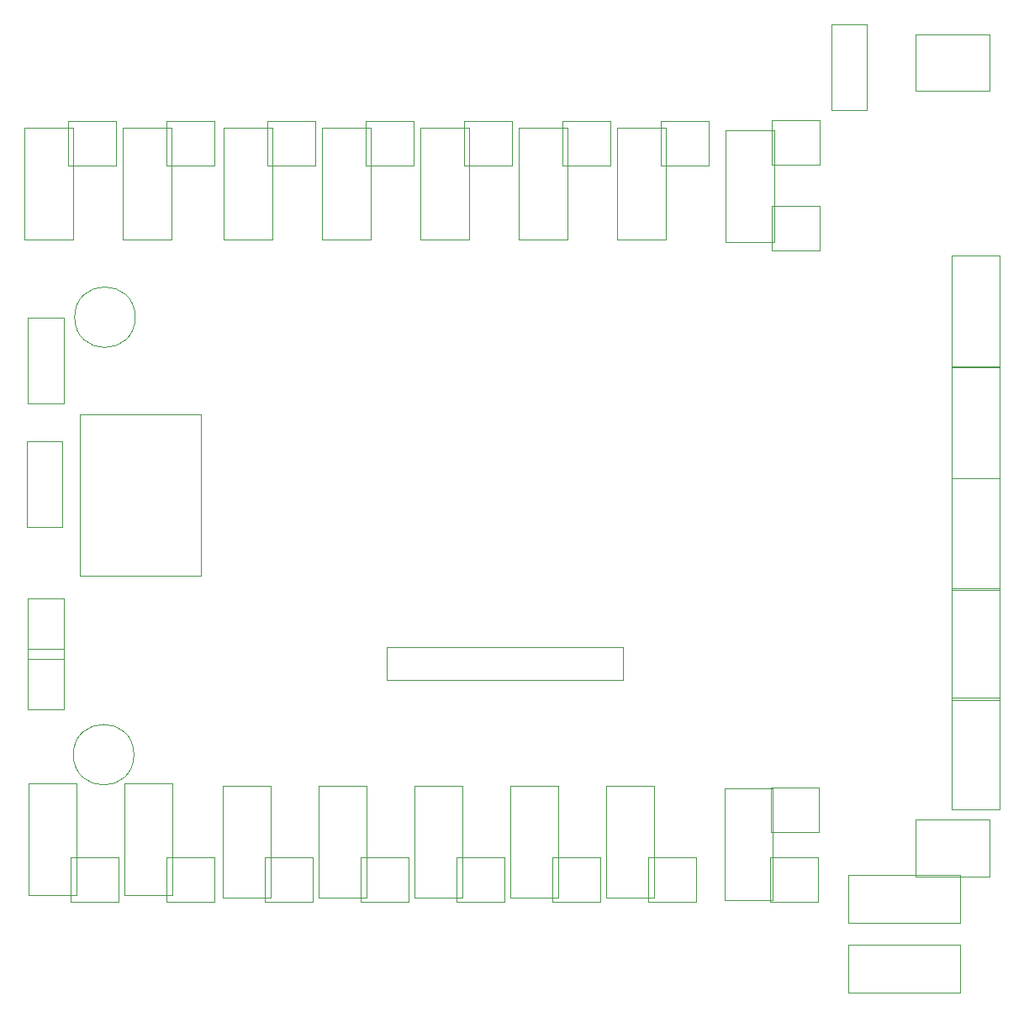
<source format=gbr>
G04 #@! TF.FileFunction,Other,User*
%FSLAX46Y46*%
G04 Gerber Fmt 4.6, Leading zero omitted, Abs format (unit mm)*
G04 Created by KiCad (PCBNEW 4.0.6-e0-6349~53~ubuntu16.04.1) date Thu Jun 29 18:49:34 2017*
%MOMM*%
%LPD*%
G01*
G04 APERTURE LIST*
%ADD10C,0.100000*%
%ADD11C,0.050000*%
G04 APERTURE END LIST*
D10*
D11*
X133738000Y-109946000D02*
X133738000Y-105446000D01*
X133738000Y-105446000D02*
X128888000Y-105446000D01*
X128888000Y-105446000D02*
X128888000Y-109946000D01*
X128888000Y-109946000D02*
X133738000Y-109946000D01*
X143390000Y-109946000D02*
X143390000Y-105446000D01*
X143390000Y-105446000D02*
X138540000Y-105446000D01*
X138540000Y-105446000D02*
X138540000Y-109946000D01*
X138540000Y-109946000D02*
X143390000Y-109946000D01*
X153296000Y-109946000D02*
X153296000Y-105446000D01*
X153296000Y-105446000D02*
X148446000Y-105446000D01*
X148446000Y-105446000D02*
X148446000Y-109946000D01*
X148446000Y-109946000D02*
X153296000Y-109946000D01*
X162948000Y-109946000D02*
X162948000Y-105446000D01*
X162948000Y-105446000D02*
X158098000Y-105446000D01*
X158098000Y-105446000D02*
X158098000Y-109946000D01*
X158098000Y-109946000D02*
X162948000Y-109946000D01*
X172600000Y-109946000D02*
X172600000Y-105446000D01*
X172600000Y-105446000D02*
X167750000Y-105446000D01*
X167750000Y-105446000D02*
X167750000Y-109946000D01*
X167750000Y-109946000D02*
X172600000Y-109946000D01*
X182252000Y-109946000D02*
X182252000Y-105446000D01*
X182252000Y-105446000D02*
X177402000Y-105446000D01*
X177402000Y-105446000D02*
X177402000Y-109946000D01*
X177402000Y-109946000D02*
X182252000Y-109946000D01*
X191904000Y-109946000D02*
X191904000Y-105446000D01*
X191904000Y-105446000D02*
X187054000Y-105446000D01*
X187054000Y-105446000D02*
X187054000Y-109946000D01*
X187054000Y-109946000D02*
X191904000Y-109946000D01*
X133484000Y-35778000D02*
X133484000Y-31278000D01*
X133484000Y-31278000D02*
X128634000Y-31278000D01*
X128634000Y-31278000D02*
X128634000Y-35778000D01*
X128634000Y-35778000D02*
X133484000Y-35778000D01*
X143390000Y-35778000D02*
X143390000Y-31278000D01*
X143390000Y-31278000D02*
X138540000Y-31278000D01*
X138540000Y-31278000D02*
X138540000Y-35778000D01*
X138540000Y-35778000D02*
X143390000Y-35778000D01*
X153550000Y-35778000D02*
X153550000Y-31278000D01*
X153550000Y-31278000D02*
X148700000Y-31278000D01*
X148700000Y-31278000D02*
X148700000Y-35778000D01*
X148700000Y-35778000D02*
X153550000Y-35778000D01*
X163456000Y-35778000D02*
X163456000Y-31278000D01*
X163456000Y-31278000D02*
X158606000Y-31278000D01*
X158606000Y-31278000D02*
X158606000Y-35778000D01*
X158606000Y-35778000D02*
X163456000Y-35778000D01*
X173362000Y-35778000D02*
X173362000Y-31278000D01*
X173362000Y-31278000D02*
X168512000Y-31278000D01*
X168512000Y-31278000D02*
X168512000Y-35778000D01*
X168512000Y-35778000D02*
X173362000Y-35778000D01*
X183268000Y-35778000D02*
X183268000Y-31278000D01*
X183268000Y-31278000D02*
X178418000Y-31278000D01*
X178418000Y-31278000D02*
X178418000Y-35778000D01*
X178418000Y-35778000D02*
X183268000Y-35778000D01*
X193174000Y-35778000D02*
X193174000Y-31278000D01*
X193174000Y-31278000D02*
X188324000Y-31278000D01*
X188324000Y-31278000D02*
X188324000Y-35778000D01*
X188324000Y-35778000D02*
X193174000Y-35778000D01*
X204159500Y-109946000D02*
X204159500Y-105446000D01*
X204159500Y-105446000D02*
X199309500Y-105446000D01*
X199309500Y-105446000D02*
X199309500Y-109946000D01*
X199309500Y-109946000D02*
X204159500Y-109946000D01*
X204223000Y-102961000D02*
X204223000Y-98461000D01*
X204223000Y-98461000D02*
X199373000Y-98461000D01*
X199373000Y-98461000D02*
X199373000Y-102961000D01*
X199373000Y-102961000D02*
X204223000Y-102961000D01*
X204350000Y-35714500D02*
X204350000Y-31214500D01*
X204350000Y-31214500D02*
X199500000Y-31214500D01*
X199500000Y-31214500D02*
X199500000Y-35714500D01*
X199500000Y-35714500D02*
X204350000Y-35714500D01*
X204350000Y-44350500D02*
X204350000Y-39850500D01*
X204350000Y-39850500D02*
X199500000Y-39850500D01*
X199500000Y-39850500D02*
X199500000Y-44350500D01*
X199500000Y-44350500D02*
X204350000Y-44350500D01*
X213928000Y-107371000D02*
X221428000Y-107371000D01*
X213928000Y-101671000D02*
X213928000Y-107371000D01*
X221428000Y-101671000D02*
X213928000Y-101671000D01*
X221428000Y-107371000D02*
X221428000Y-101671000D01*
X213928000Y-28250000D02*
X221428000Y-28250000D01*
X213928000Y-22550000D02*
X213928000Y-28250000D01*
X221428000Y-22550000D02*
X213928000Y-22550000D01*
X221428000Y-28250000D02*
X221428000Y-22550000D01*
X124565000Y-79353000D02*
X124565000Y-85503000D01*
X124565000Y-85503000D02*
X128165000Y-85503000D01*
X128165000Y-85503000D02*
X128165000Y-79353000D01*
X128165000Y-79353000D02*
X124565000Y-79353000D01*
X124565000Y-84433000D02*
X124565000Y-90583000D01*
X124565000Y-90583000D02*
X128165000Y-90583000D01*
X128165000Y-90583000D02*
X128165000Y-84433000D01*
X128165000Y-84433000D02*
X124565000Y-84433000D01*
X124646000Y-109280000D02*
X129496000Y-109280000D01*
X129496000Y-109280000D02*
X129496000Y-98030000D01*
X129496000Y-98030000D02*
X124646000Y-98030000D01*
X124646000Y-98030000D02*
X124646000Y-109280000D01*
X134298000Y-109280000D02*
X139148000Y-109280000D01*
X139148000Y-109280000D02*
X139148000Y-98030000D01*
X139148000Y-98030000D02*
X134298000Y-98030000D01*
X134298000Y-98030000D02*
X134298000Y-109280000D01*
X144204000Y-109534000D02*
X149054000Y-109534000D01*
X149054000Y-109534000D02*
X149054000Y-98284000D01*
X149054000Y-98284000D02*
X144204000Y-98284000D01*
X144204000Y-98284000D02*
X144204000Y-109534000D01*
X153856000Y-109534000D02*
X158706000Y-109534000D01*
X158706000Y-109534000D02*
X158706000Y-98284000D01*
X158706000Y-98284000D02*
X153856000Y-98284000D01*
X153856000Y-98284000D02*
X153856000Y-109534000D01*
X163508000Y-109534000D02*
X168358000Y-109534000D01*
X168358000Y-109534000D02*
X168358000Y-98284000D01*
X168358000Y-98284000D02*
X163508000Y-98284000D01*
X163508000Y-98284000D02*
X163508000Y-109534000D01*
X173160000Y-109534000D02*
X178010000Y-109534000D01*
X178010000Y-109534000D02*
X178010000Y-98284000D01*
X178010000Y-98284000D02*
X173160000Y-98284000D01*
X173160000Y-98284000D02*
X173160000Y-109534000D01*
X182812000Y-109534000D02*
X187662000Y-109534000D01*
X187662000Y-109534000D02*
X187662000Y-98284000D01*
X187662000Y-98284000D02*
X182812000Y-98284000D01*
X182812000Y-98284000D02*
X182812000Y-109534000D01*
X129100000Y-31944000D02*
X124250000Y-31944000D01*
X124250000Y-31944000D02*
X124250000Y-43194000D01*
X124250000Y-43194000D02*
X129100000Y-43194000D01*
X129100000Y-43194000D02*
X129100000Y-31944000D01*
X139006000Y-31944000D02*
X134156000Y-31944000D01*
X134156000Y-31944000D02*
X134156000Y-43194000D01*
X134156000Y-43194000D02*
X139006000Y-43194000D01*
X139006000Y-43194000D02*
X139006000Y-31944000D01*
X149166000Y-31944000D02*
X144316000Y-31944000D01*
X144316000Y-31944000D02*
X144316000Y-43194000D01*
X144316000Y-43194000D02*
X149166000Y-43194000D01*
X149166000Y-43194000D02*
X149166000Y-31944000D01*
X159072000Y-31944000D02*
X154222000Y-31944000D01*
X154222000Y-31944000D02*
X154222000Y-43194000D01*
X154222000Y-43194000D02*
X159072000Y-43194000D01*
X159072000Y-43194000D02*
X159072000Y-31944000D01*
X168978000Y-31944000D02*
X164128000Y-31944000D01*
X164128000Y-31944000D02*
X164128000Y-43194000D01*
X164128000Y-43194000D02*
X168978000Y-43194000D01*
X168978000Y-43194000D02*
X168978000Y-31944000D01*
X178884000Y-31944000D02*
X174034000Y-31944000D01*
X174034000Y-31944000D02*
X174034000Y-43194000D01*
X174034000Y-43194000D02*
X178884000Y-43194000D01*
X178884000Y-43194000D02*
X178884000Y-31944000D01*
X188790000Y-31944000D02*
X183940000Y-31944000D01*
X183940000Y-31944000D02*
X183940000Y-43194000D01*
X183940000Y-43194000D02*
X188790000Y-43194000D01*
X188790000Y-43194000D02*
X188790000Y-31944000D01*
X194750000Y-109788000D02*
X199600000Y-109788000D01*
X199600000Y-109788000D02*
X199600000Y-98538000D01*
X199600000Y-98538000D02*
X194750000Y-98538000D01*
X194750000Y-98538000D02*
X194750000Y-109788000D01*
X199712000Y-32198000D02*
X194862000Y-32198000D01*
X194862000Y-32198000D02*
X194862000Y-43448000D01*
X194862000Y-43448000D02*
X199712000Y-43448000D01*
X199712000Y-43448000D02*
X199712000Y-32198000D01*
X128165000Y-59712000D02*
X128165000Y-51062000D01*
X128165000Y-51062000D02*
X124565000Y-51062000D01*
X124565000Y-51062000D02*
X124565000Y-59712000D01*
X124565000Y-59712000D02*
X128165000Y-59712000D01*
X128038000Y-72158000D02*
X128038000Y-63508000D01*
X128038000Y-63508000D02*
X124438000Y-63508000D01*
X124438000Y-63508000D02*
X124438000Y-72158000D01*
X124438000Y-72158000D02*
X128038000Y-72158000D01*
X205464000Y-21568000D02*
X205464000Y-30218000D01*
X205464000Y-30218000D02*
X209064000Y-30218000D01*
X209064000Y-30218000D02*
X209064000Y-21568000D01*
X209064000Y-21568000D02*
X205464000Y-21568000D01*
X160733000Y-84329000D02*
X160733000Y-87629000D01*
X160733000Y-87629000D02*
X184483000Y-87629000D01*
X184483000Y-87629000D02*
X184483000Y-84329000D01*
X184483000Y-84329000D02*
X160733000Y-84329000D01*
X129772000Y-60811000D02*
X129772000Y-77111000D01*
X129772000Y-77111000D02*
X141972000Y-77111000D01*
X141972000Y-77111000D02*
X141972000Y-60811000D01*
X141972000Y-60811000D02*
X129772000Y-60811000D01*
X217610000Y-67243000D02*
X222460000Y-67243000D01*
X222460000Y-67243000D02*
X222460000Y-55993000D01*
X222460000Y-55993000D02*
X217610000Y-55993000D01*
X217610000Y-55993000D02*
X217610000Y-67243000D01*
X217610000Y-78546000D02*
X222460000Y-78546000D01*
X222460000Y-78546000D02*
X222460000Y-67296000D01*
X222460000Y-67296000D02*
X217610000Y-67296000D01*
X217610000Y-67296000D02*
X217610000Y-78546000D01*
X217610000Y-89595000D02*
X222460000Y-89595000D01*
X222460000Y-89595000D02*
X222460000Y-78345000D01*
X222460000Y-78345000D02*
X217610000Y-78345000D01*
X217610000Y-78345000D02*
X217610000Y-89595000D01*
X207204000Y-114232000D02*
X207204000Y-119082000D01*
X207204000Y-119082000D02*
X218454000Y-119082000D01*
X218454000Y-119082000D02*
X218454000Y-114232000D01*
X218454000Y-114232000D02*
X207204000Y-114232000D01*
X217610000Y-56067000D02*
X222460000Y-56067000D01*
X222460000Y-56067000D02*
X222460000Y-44817000D01*
X222460000Y-44817000D02*
X217610000Y-44817000D01*
X217610000Y-44817000D02*
X217610000Y-56067000D01*
X217610000Y-100644000D02*
X222460000Y-100644000D01*
X222460000Y-100644000D02*
X222460000Y-89394000D01*
X222460000Y-89394000D02*
X217610000Y-89394000D01*
X217610000Y-89394000D02*
X217610000Y-100644000D01*
X207204000Y-107247000D02*
X207204000Y-112097000D01*
X207204000Y-112097000D02*
X218454000Y-112097000D01*
X218454000Y-112097000D02*
X218454000Y-107247000D01*
X218454000Y-107247000D02*
X207204000Y-107247000D01*
X135384000Y-51054000D02*
G75*
G03X135384000Y-51054000I-3050000J0D01*
G01*
X135257000Y-95123000D02*
G75*
G03X135257000Y-95123000I-3050000J0D01*
G01*
M02*

</source>
